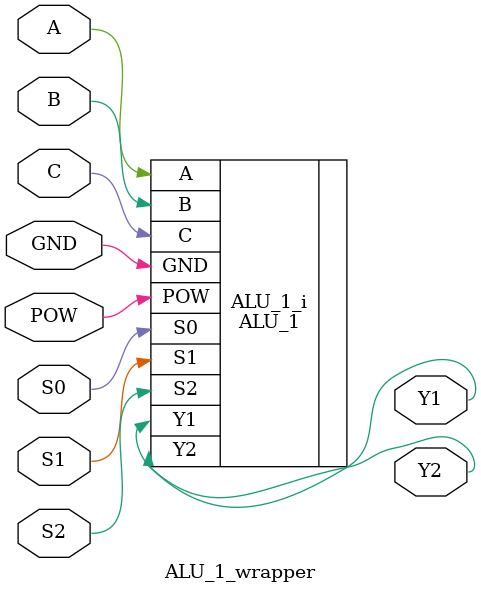
<source format=v>
`timescale 1 ps / 1 ps

module ALU_1_wrapper
   (A,
    B,
    C,
    GND,
    POW,
    S0,
    S1,
    S2,
    Y1,
    Y2);
  input A;
  input B;
  input C;
  input GND;
  input POW;
  input S0;
  input S1;
  input S2;
  output Y1;
  output Y2;

  wire A;
  wire B;
  wire C;
  wire GND;
  wire POW;
  wire S0;
  wire S1;
  wire S2;
  wire Y1;
  wire Y2;

  ALU_1 ALU_1_i
       (.A(A),
        .B(B),
        .C(C),
        .GND(GND),
        .POW(POW),
        .S0(S0),
        .S1(S1),
        .S2(S2),
        .Y1(Y1),
        .Y2(Y2));
endmodule

</source>
